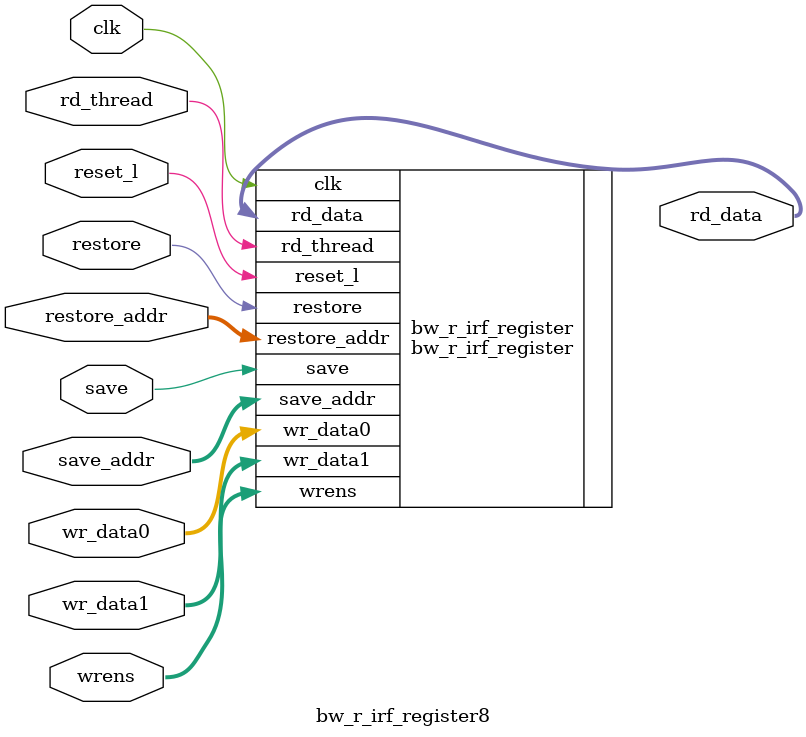
<source format=v>



module bw_r_irf_register8
(
    input               clk,
    input               reset_l,
    input   [1:0]       wrens,
    input               save,
    input   [3:0]       save_addr,
    input               restore,
    input   [3:0]       restore_addr,
    input   [71:0]      wr_data0,
    input   [71:0]      wr_data1,
    input               rd_thread,
    output  [71:0]      rd_data
);

    bw_r_irf_register #(.NUM_WINDOW_ENTRIES(8), .SHIFT_ADDR(1)) bw_r_irf_register
    (
        .clk                (clk),
        .reset_l            (reset_l),
        .wrens              (wrens),
        .save               (save),
        .save_addr          (save_addr),
        .restore            (restore),
        .restore_addr       (restore_addr),
        .wr_data0           (wr_data0),
        .wr_data1           (wr_data1),
        .rd_thread          (rd_thread),
        .rd_data            (rd_data)
    );

endmodule

</source>
